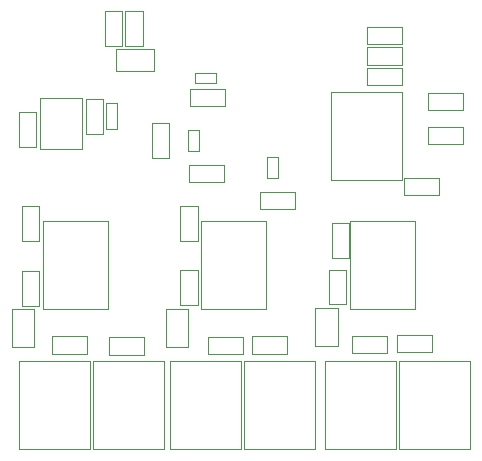
<source format=gbr>
%TF.GenerationSoftware,KiCad,Pcbnew,9.0.0*%
%TF.CreationDate,2025-04-09T22:07:23+02:00*%
%TF.ProjectId,ESC,4553432e-6b69-4636-9164-5f7063625858,rev?*%
%TF.SameCoordinates,Original*%
%TF.FileFunction,Other,User*%
%FSLAX45Y45*%
G04 Gerber Fmt 4.5, Leading zero omitted, Abs format (unit mm)*
G04 Created by KiCad (PCBNEW 9.0.0) date 2025-04-09 22:07:23*
%MOMM*%
%LPD*%
G01*
G04 APERTURE LIST*
%ADD10C,0.050000*%
%ADD11C,0.100000*%
G04 APERTURE END LIST*
D10*
%TO.C,C3*%
X4807000Y-4332000D02*
X4953000Y-4332000D01*
X4807000Y-4628000D02*
X4807000Y-4332000D01*
X4953000Y-4332000D02*
X4953000Y-4628000D01*
X4953000Y-4628000D02*
X4807000Y-4628000D01*
%TO.C,Q7*%
D11*
X4090000Y-5855000D02*
X4690000Y-5855000D01*
X4690000Y-5105000D01*
X4090000Y-5105000D01*
X4090000Y-5855000D01*
D10*
%TO.C,R7*%
X4222000Y-3677000D02*
X4518000Y-3677000D01*
X4222000Y-3823000D02*
X4222000Y-3677000D01*
X4518000Y-3677000D02*
X4518000Y-3823000D01*
X4518000Y-3823000D02*
X4222000Y-3823000D01*
%TO.C,C5*%
X2748000Y-2892000D02*
X2894000Y-2892000D01*
X2748000Y-3188000D02*
X2748000Y-2892000D01*
X2894000Y-2892000D02*
X2894000Y-3188000D01*
X2894000Y-3188000D02*
X2748000Y-3188000D01*
%TO.C,R26*%
X3082000Y-2142000D02*
X3228000Y-2142000D01*
X3082000Y-2438000D02*
X3082000Y-2142000D01*
X3228000Y-2142000D02*
X3228000Y-2438000D01*
X3228000Y-2438000D02*
X3082000Y-2438000D01*
%TO.C,R5*%
X5642000Y-3127000D02*
X5938000Y-3127000D01*
X5642000Y-3273000D02*
X5642000Y-3127000D01*
X5938000Y-3127000D02*
X5938000Y-3273000D01*
X5938000Y-3273000D02*
X5642000Y-3273000D01*
%TO.C,C15*%
X2207000Y-4342000D02*
X2353000Y-4342000D01*
X2207000Y-4638000D02*
X2207000Y-4342000D01*
X2353000Y-4342000D02*
X2353000Y-4638000D01*
X2353000Y-4638000D02*
X2207000Y-4638000D01*
%TO.C,D2*%
X3000000Y-2465000D02*
X3000000Y-2655000D01*
X3320000Y-2465000D02*
X3000000Y-2465000D01*
X3320000Y-2465000D02*
X3320000Y-2655000D01*
X3320000Y-2655000D02*
X3000000Y-2655000D01*
%TO.C,C21*%
X4284000Y-3379000D02*
X4284000Y-3561000D01*
X4284000Y-3561000D02*
X4376000Y-3561000D01*
X4376000Y-3379000D02*
X4284000Y-3379000D01*
X4376000Y-3561000D02*
X4376000Y-3379000D01*
%TO.C,IC4*%
X2385000Y-3917500D02*
X2385000Y-4662500D01*
X2385000Y-4662500D02*
X2935000Y-4662500D01*
X2935000Y-3917500D02*
X2385000Y-3917500D01*
X2935000Y-4662500D02*
X2935000Y-3917500D01*
%TO.C,Q9*%
D11*
X5370000Y-5105000D02*
X4770000Y-5105000D01*
X4770000Y-5855000D01*
X5370000Y-5855000D01*
X5370000Y-5105000D01*
D10*
%TO.C,C10*%
X2181000Y-2999000D02*
X2327000Y-2999000D01*
X2181000Y-3295000D02*
X2181000Y-2999000D01*
X2327000Y-2999000D02*
X2327000Y-3295000D01*
X2327000Y-3295000D02*
X2181000Y-3295000D01*
%TO.C,R9*%
X3782000Y-4902000D02*
X4078000Y-4902000D01*
X3782000Y-5048000D02*
X3782000Y-4902000D01*
X4078000Y-4902000D02*
X4078000Y-5048000D01*
X4078000Y-5048000D02*
X3782000Y-5048000D01*
%TO.C,C13*%
X2920000Y-2922000D02*
X3012000Y-2922000D01*
X2920000Y-3138000D02*
X2920000Y-2922000D01*
X3012000Y-2922000D02*
X3012000Y-3138000D01*
X3012000Y-3138000D02*
X2920000Y-3138000D01*
%TO.C,C20*%
X3669000Y-2664000D02*
X3669000Y-2756000D01*
X3669000Y-2756000D02*
X3851000Y-2756000D01*
X3851000Y-2664000D02*
X3669000Y-2664000D01*
X3851000Y-2756000D02*
X3851000Y-2664000D01*
%TO.C,R25*%
X2907000Y-2142000D02*
X3053000Y-2142000D01*
X2907000Y-2438000D02*
X2907000Y-2142000D01*
X3053000Y-2142000D02*
X3053000Y-2438000D01*
X3053000Y-2438000D02*
X2907000Y-2438000D01*
%TO.C,C4*%
X4827000Y-3942000D02*
X4973000Y-3942000D01*
X4827000Y-4238000D02*
X4827000Y-3942000D01*
X4973000Y-3942000D02*
X4973000Y-4238000D01*
X4973000Y-4238000D02*
X4827000Y-4238000D01*
%TO.C,D4*%
X2120000Y-4990000D02*
X2120000Y-4670000D01*
X2310000Y-4670000D02*
X2120000Y-4670000D01*
X2310000Y-4990000D02*
X2120000Y-4990000D01*
X2310000Y-4990000D02*
X2310000Y-4670000D01*
%TO.C,C18*%
X3307000Y-3092000D02*
X3453000Y-3092000D01*
X3307000Y-3388000D02*
X3307000Y-3092000D01*
X3453000Y-3092000D02*
X3453000Y-3388000D01*
X3453000Y-3388000D02*
X3307000Y-3388000D01*
%TO.C,R8*%
X3622000Y-3447000D02*
X3918000Y-3447000D01*
X3622000Y-3593000D02*
X3622000Y-3447000D01*
X3918000Y-3447000D02*
X3918000Y-3593000D01*
X3918000Y-3593000D02*
X3622000Y-3593000D01*
%TO.C,C6*%
X3546500Y-3792000D02*
X3692500Y-3792000D01*
X3546500Y-4088000D02*
X3546500Y-3792000D01*
X3692500Y-3792000D02*
X3692500Y-4088000D01*
X3692500Y-4088000D02*
X3546500Y-4088000D01*
%TO.C,R18*%
X2942000Y-4907000D02*
X3238000Y-4907000D01*
X2942000Y-5053000D02*
X2942000Y-4907000D01*
X3238000Y-4907000D02*
X3238000Y-5053000D01*
X3238000Y-5053000D02*
X2942000Y-5053000D01*
%TO.C,IC3*%
X4985000Y-3917500D02*
X4985000Y-4662500D01*
X4985000Y-4662500D02*
X5535000Y-4662500D01*
X5535000Y-3917500D02*
X4985000Y-3917500D01*
X5535000Y-4662500D02*
X5535000Y-3917500D01*
%TO.C,Q6*%
D11*
X5400000Y-5855000D02*
X6000000Y-5855000D01*
X6000000Y-5105000D01*
X5400000Y-5105000D01*
X5400000Y-5855000D01*
%TO.C,Q11*%
X2780000Y-5105000D02*
X2180000Y-5105000D01*
X2180000Y-5855000D01*
X2780000Y-5855000D01*
X2780000Y-5105000D01*
D10*
%TO.C,C22*%
X3629500Y-2799500D02*
X3925500Y-2799500D01*
X3629500Y-2945500D02*
X3629500Y-2799500D01*
X3925500Y-2799500D02*
X3925500Y-2945500D01*
X3925500Y-2945500D02*
X3629500Y-2945500D01*
%TO.C,Q2*%
D11*
X4825000Y-3575000D02*
X5425000Y-3575000D01*
X5425000Y-2825000D01*
X4825000Y-2825000D01*
X4825000Y-3575000D01*
D10*
%TO.C,R3*%
X5382000Y-4887000D02*
X5678000Y-4887000D01*
X5382000Y-5033000D02*
X5382000Y-4887000D01*
X5678000Y-4887000D02*
X5678000Y-5033000D01*
X5678000Y-5033000D02*
X5382000Y-5033000D01*
%TO.C,C19*%
X3614000Y-3149000D02*
X3614000Y-3331000D01*
X3614000Y-3331000D02*
X3706000Y-3331000D01*
X3706000Y-3149000D02*
X3614000Y-3149000D01*
X3706000Y-3331000D02*
X3706000Y-3149000D01*
%TO.C,R2*%
X5002000Y-4892000D02*
X5298000Y-4892000D01*
X5002000Y-5038000D02*
X5002000Y-4892000D01*
X5298000Y-4892000D02*
X5298000Y-5038000D01*
X5298000Y-5038000D02*
X5002000Y-5038000D01*
%TO.C,R10*%
X4152000Y-4897000D02*
X4448000Y-4897000D01*
X4152000Y-5043000D02*
X4152000Y-4897000D01*
X4448000Y-4897000D02*
X4448000Y-5043000D01*
X4448000Y-5043000D02*
X4152000Y-5043000D01*
%TO.C,D1*%
X4690000Y-4977500D02*
X4690000Y-4657500D01*
X4880000Y-4657500D02*
X4690000Y-4657500D01*
X4880000Y-4977500D02*
X4690000Y-4977500D01*
X4880000Y-4977500D02*
X4880000Y-4657500D01*
%TO.C,R6*%
X5642000Y-2837000D02*
X5938000Y-2837000D01*
X5642000Y-2983000D02*
X5642000Y-2837000D01*
X5938000Y-2837000D02*
X5938000Y-2983000D01*
X5938000Y-2983000D02*
X5642000Y-2983000D01*
%TO.C,IC2*%
X2362500Y-2882500D02*
X2362500Y-3307500D01*
X2362500Y-3307500D02*
X2717500Y-3307500D01*
X2717500Y-2882500D02*
X2362500Y-2882500D01*
X2717500Y-3307500D02*
X2717500Y-2882500D01*
%TO.C,C14*%
X2207000Y-3794500D02*
X2353000Y-3794500D01*
X2207000Y-4090500D02*
X2207000Y-3794500D01*
X2353000Y-3794500D02*
X2353000Y-4090500D01*
X2353000Y-4090500D02*
X2207000Y-4090500D01*
%TO.C,R27*%
X5442000Y-3557000D02*
X5442000Y-3703000D01*
X5442000Y-3703000D02*
X5738000Y-3703000D01*
X5738000Y-3557000D02*
X5442000Y-3557000D01*
X5738000Y-3703000D02*
X5738000Y-3557000D01*
%TO.C,C7*%
X3547000Y-4334500D02*
X3693000Y-4334500D01*
X3547000Y-4630500D02*
X3547000Y-4334500D01*
X3693000Y-4334500D02*
X3693000Y-4630500D01*
X3693000Y-4630500D02*
X3547000Y-4630500D01*
%TO.C,R23*%
X5127000Y-2452000D02*
X5423000Y-2452000D01*
X5127000Y-2598000D02*
X5127000Y-2452000D01*
X5423000Y-2452000D02*
X5423000Y-2598000D01*
X5423000Y-2598000D02*
X5127000Y-2598000D01*
%TO.C,D3*%
X3425000Y-4985000D02*
X3425000Y-4665000D01*
X3615000Y-4665000D02*
X3425000Y-4665000D01*
X3615000Y-4985000D02*
X3425000Y-4985000D01*
X3615000Y-4985000D02*
X3615000Y-4665000D01*
%TO.C,C28*%
X5127000Y-2627000D02*
X5423000Y-2627000D01*
X5127000Y-2773000D02*
X5127000Y-2627000D01*
X5423000Y-2627000D02*
X5423000Y-2773000D01*
X5423000Y-2773000D02*
X5127000Y-2773000D01*
%TO.C,R17*%
X2462000Y-4897000D02*
X2758000Y-4897000D01*
X2462000Y-5043000D02*
X2462000Y-4897000D01*
X2758000Y-4897000D02*
X2758000Y-5043000D01*
X2758000Y-5043000D02*
X2462000Y-5043000D01*
%TO.C,IC1*%
X3725000Y-3917500D02*
X3725000Y-4662500D01*
X3725000Y-4662500D02*
X4275000Y-4662500D01*
X4275000Y-3917500D02*
X3725000Y-3917500D01*
X4275000Y-4662500D02*
X4275000Y-3917500D01*
%TO.C,Q8*%
D11*
X2810000Y-5855000D02*
X3410000Y-5855000D01*
X3410000Y-5105000D01*
X2810000Y-5105000D01*
X2810000Y-5855000D01*
%TO.C,Q10*%
X4060000Y-5105000D02*
X3460000Y-5105000D01*
X3460000Y-5855000D01*
X4060000Y-5855000D01*
X4060000Y-5105000D01*
D10*
%TO.C,R24*%
X5127000Y-2277000D02*
X5423000Y-2277000D01*
X5127000Y-2423000D02*
X5127000Y-2277000D01*
X5423000Y-2277000D02*
X5423000Y-2423000D01*
X5423000Y-2423000D02*
X5127000Y-2423000D01*
%TD*%
M02*

</source>
